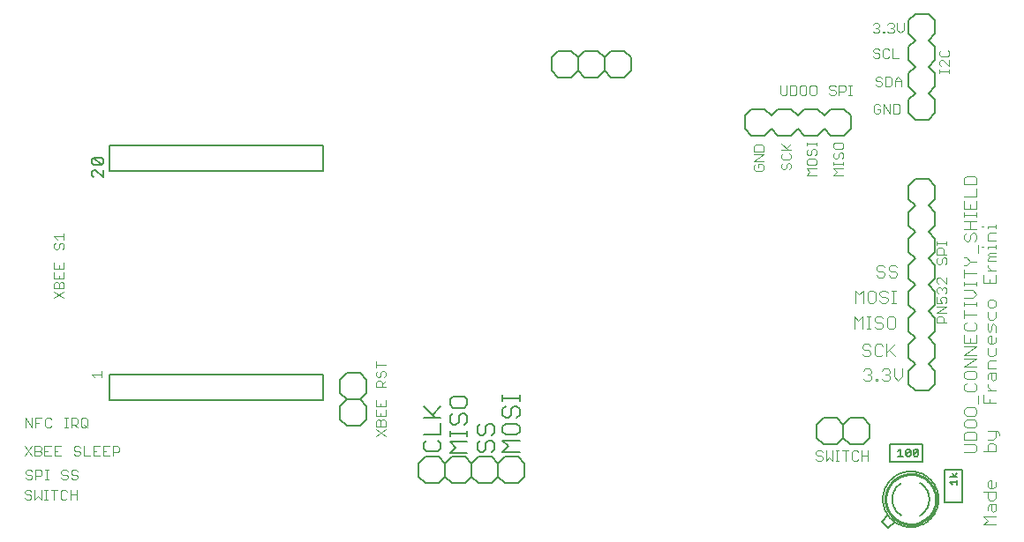
<source format=gto>
G75*
%MOIN*%
%OFA0B0*%
%FSLAX24Y24*%
%IPPOS*%
%LPD*%
%AMOC8*
5,1,8,0,0,1.08239X$1,22.5*
%
%ADD10C,0.0080*%
%ADD11C,0.0030*%
%ADD12C,0.0040*%
%ADD13C,0.0060*%
%ADD14C,0.0100*%
%ADD15C,0.0050*%
D10*
X006351Y006067D02*
X014421Y006067D01*
X014421Y007051D01*
X006351Y007051D01*
X006351Y006067D01*
X006106Y014505D02*
X005826Y014785D01*
X005756Y014785D01*
X005685Y014715D01*
X005685Y014575D01*
X005756Y014505D01*
X006106Y014505D02*
X006106Y014785D01*
X006036Y014965D02*
X005756Y014965D01*
X005685Y015035D01*
X005685Y015175D01*
X005756Y015245D01*
X006036Y014965D01*
X006106Y015035D01*
X006106Y015175D01*
X006036Y015245D01*
X005756Y015245D01*
X006351Y015713D02*
X014421Y015713D01*
X014421Y014729D01*
X006351Y014729D01*
X006351Y015713D01*
X030347Y016340D02*
X030597Y016090D01*
X031097Y016090D01*
X031347Y016340D01*
X031597Y016090D01*
X032097Y016090D01*
X032347Y016340D01*
X032597Y016090D01*
X033097Y016090D01*
X033347Y016340D01*
X033597Y016090D01*
X034097Y016090D01*
X034347Y016340D01*
X034347Y016840D01*
X034097Y017090D01*
X033597Y017090D01*
X033347Y016840D01*
X033097Y017090D01*
X032597Y017090D01*
X032347Y016840D01*
X032097Y017090D01*
X031597Y017090D01*
X031347Y016840D01*
X031097Y017090D01*
X030597Y017090D01*
X030347Y016840D01*
X030347Y016340D01*
X036517Y016930D02*
X036767Y016680D01*
X037267Y016680D01*
X037517Y016930D01*
X037517Y017430D01*
X037267Y017680D01*
X037517Y017930D01*
X037517Y018430D01*
X037267Y018680D01*
X037517Y018930D01*
X037517Y019430D01*
X037267Y019680D01*
X037517Y019930D01*
X037517Y020430D01*
X037267Y020680D01*
X036767Y020680D01*
X036517Y020430D01*
X036517Y019930D01*
X036767Y019680D01*
X036517Y019430D01*
X036517Y018930D01*
X036767Y018680D01*
X036517Y018430D01*
X036517Y017930D01*
X036767Y017680D01*
X036517Y017430D01*
X036517Y016930D01*
X036767Y014440D02*
X036517Y014190D01*
X036517Y013690D01*
X036767Y013440D01*
X036517Y013190D01*
X036517Y012690D01*
X036767Y012440D01*
X036517Y012190D01*
X036517Y011690D01*
X036767Y011440D01*
X036517Y011190D01*
X036517Y010690D01*
X036767Y010440D01*
X036517Y010190D01*
X036517Y009690D01*
X036767Y009440D01*
X036517Y009190D01*
X036517Y008690D01*
X036767Y008440D01*
X036517Y008190D01*
X036517Y007690D01*
X036767Y007440D01*
X036517Y007190D01*
X036517Y006690D01*
X036767Y006440D01*
X037267Y006440D01*
X037517Y006690D01*
X037517Y007190D01*
X037267Y007440D01*
X037517Y007690D01*
X037517Y008190D01*
X037267Y008440D01*
X037517Y008690D01*
X037517Y009190D01*
X037267Y009440D01*
X037517Y009690D01*
X037517Y010190D01*
X037267Y010440D01*
X037517Y010690D01*
X037517Y011190D01*
X037267Y011440D01*
X037517Y011690D01*
X037517Y012190D01*
X037267Y012440D01*
X037517Y012690D01*
X037517Y013190D01*
X037267Y013440D01*
X037517Y013690D01*
X037517Y014190D01*
X037267Y014440D01*
X036767Y014440D01*
X037037Y004415D02*
X035816Y004415D01*
X035816Y003745D01*
X037037Y003745D01*
X037037Y004415D01*
X037892Y003440D02*
X037892Y002220D01*
X038561Y002220D01*
X038561Y003440D01*
X037892Y003440D01*
D11*
X003213Y002315D02*
X003152Y002377D01*
X003213Y002315D02*
X003337Y002315D01*
X003399Y002377D01*
X003399Y002438D01*
X003337Y002500D01*
X003213Y002500D01*
X003152Y002562D01*
X003152Y002624D01*
X003213Y002685D01*
X003337Y002685D01*
X003399Y002624D01*
X003520Y002685D02*
X003520Y002315D01*
X003643Y002438D01*
X003767Y002315D01*
X003767Y002685D01*
X003888Y002685D02*
X004012Y002685D01*
X003950Y002685D02*
X003950Y002315D01*
X003888Y002315D02*
X004012Y002315D01*
X004257Y002315D02*
X004257Y002685D01*
X004134Y002685D02*
X004381Y002685D01*
X004502Y002624D02*
X004502Y002377D01*
X004564Y002315D01*
X004687Y002315D01*
X004749Y002377D01*
X004870Y002315D02*
X004870Y002685D01*
X004749Y002624D02*
X004687Y002685D01*
X004564Y002685D01*
X004502Y002624D01*
X004870Y002500D02*
X005117Y002500D01*
X005117Y002685D02*
X005117Y002315D01*
X005086Y003075D02*
X004962Y003075D01*
X004900Y003137D01*
X004779Y003137D02*
X004717Y003075D01*
X004594Y003075D01*
X004532Y003137D01*
X004594Y003260D02*
X004717Y003260D01*
X004779Y003198D01*
X004779Y003137D01*
X004962Y003260D02*
X005086Y003260D01*
X005147Y003198D01*
X005147Y003137D01*
X005086Y003075D01*
X004962Y003260D02*
X004900Y003322D01*
X004900Y003384D01*
X004962Y003445D01*
X005086Y003445D01*
X005147Y003384D01*
X004779Y003384D02*
X004717Y003445D01*
X004594Y003445D01*
X004532Y003384D01*
X004532Y003322D01*
X004594Y003260D01*
X004042Y003075D02*
X003918Y003075D01*
X003980Y003075D02*
X003980Y003445D01*
X003918Y003445D02*
X004042Y003445D01*
X003797Y003384D02*
X003797Y003260D01*
X003735Y003198D01*
X003550Y003198D01*
X003429Y003198D02*
X003429Y003137D01*
X003367Y003075D01*
X003243Y003075D01*
X003182Y003137D01*
X003243Y003260D02*
X003182Y003322D01*
X003182Y003384D01*
X003243Y003445D01*
X003367Y003445D01*
X003429Y003384D01*
X003550Y003445D02*
X003735Y003445D01*
X003797Y003384D01*
X003550Y003445D02*
X003550Y003075D01*
X003429Y003198D02*
X003367Y003260D01*
X003243Y003260D01*
X003162Y003975D02*
X003409Y004345D01*
X003530Y004345D02*
X003715Y004345D01*
X003777Y004284D01*
X003777Y004222D01*
X003715Y004160D01*
X003530Y004160D01*
X003530Y003975D02*
X003715Y003975D01*
X003777Y004037D01*
X003777Y004098D01*
X003715Y004160D01*
X003898Y004160D02*
X004022Y004160D01*
X003898Y003975D02*
X004145Y003975D01*
X004267Y003975D02*
X004513Y003975D01*
X004390Y004160D02*
X004267Y004160D01*
X004267Y004345D02*
X004267Y003975D01*
X003898Y003975D02*
X003898Y004345D01*
X004145Y004345D01*
X004267Y004345D02*
X004513Y004345D01*
X005003Y004284D02*
X005003Y004222D01*
X005065Y004160D01*
X005188Y004160D01*
X005250Y004098D01*
X005250Y004037D01*
X005188Y003975D01*
X005065Y003975D01*
X005003Y004037D01*
X005003Y004284D02*
X005065Y004345D01*
X005188Y004345D01*
X005250Y004284D01*
X005372Y004345D02*
X005372Y003975D01*
X005618Y003975D01*
X005740Y003975D02*
X005987Y003975D01*
X006108Y003975D02*
X006355Y003975D01*
X006476Y003975D02*
X006476Y004345D01*
X006662Y004345D01*
X006723Y004284D01*
X006723Y004160D01*
X006662Y004098D01*
X006476Y004098D01*
X006232Y004160D02*
X006108Y004160D01*
X006108Y004345D02*
X006108Y003975D01*
X005863Y004160D02*
X005740Y004160D01*
X005740Y004345D02*
X005740Y003975D01*
X005740Y004345D02*
X005987Y004345D01*
X006108Y004345D02*
X006355Y004345D01*
X005516Y005035D02*
X005392Y005158D01*
X005330Y005035D02*
X005269Y005097D01*
X005269Y005344D01*
X005330Y005405D01*
X005454Y005405D01*
X005516Y005344D01*
X005516Y005097D01*
X005454Y005035D01*
X005330Y005035D01*
X005147Y005035D02*
X005024Y005158D01*
X005086Y005158D02*
X004900Y005158D01*
X004900Y005035D02*
X004900Y005405D01*
X005086Y005405D01*
X005147Y005344D01*
X005147Y005220D01*
X005086Y005158D01*
X004778Y005035D02*
X004655Y005035D01*
X004717Y005035D02*
X004717Y005405D01*
X004778Y005405D02*
X004655Y005405D01*
X004165Y005344D02*
X004103Y005405D01*
X003980Y005405D01*
X003918Y005344D01*
X003918Y005097D01*
X003980Y005035D01*
X004103Y005035D01*
X004165Y005097D01*
X003797Y005405D02*
X003550Y005405D01*
X003550Y005035D01*
X003429Y005035D02*
X003429Y005405D01*
X003550Y005220D02*
X003673Y005220D01*
X003429Y005035D02*
X003182Y005405D01*
X003182Y005035D01*
X003162Y004345D02*
X003409Y003975D01*
X003530Y003975D02*
X003530Y004345D01*
X005795Y006935D02*
X005671Y007058D01*
X006042Y007058D01*
X006042Y006935D02*
X006042Y007182D01*
X004632Y009935D02*
X004261Y010182D01*
X004261Y010303D02*
X004261Y010488D01*
X004323Y010550D01*
X004385Y010550D01*
X004447Y010488D01*
X004447Y010303D01*
X004632Y010303D02*
X004632Y010488D01*
X004570Y010550D01*
X004508Y010550D01*
X004447Y010488D01*
X004447Y010672D02*
X004447Y010795D01*
X004632Y010672D02*
X004632Y010919D01*
X004632Y011040D02*
X004632Y011287D01*
X004447Y011163D02*
X004447Y011040D01*
X004632Y011040D02*
X004261Y011040D01*
X004261Y011287D01*
X004261Y010919D02*
X004261Y010672D01*
X004632Y010672D01*
X004632Y010303D02*
X004261Y010303D01*
X004261Y009935D02*
X004632Y010182D01*
X004570Y011777D02*
X004632Y011838D01*
X004632Y011962D01*
X004570Y012023D01*
X004508Y012023D01*
X004447Y011962D01*
X004447Y011838D01*
X004385Y011777D01*
X004323Y011777D01*
X004261Y011838D01*
X004261Y011962D01*
X004323Y012023D01*
X004385Y012145D02*
X004261Y012268D01*
X004632Y012268D01*
X004632Y012145D02*
X004632Y012392D01*
X016411Y007550D02*
X016411Y007303D01*
X016411Y007427D02*
X016782Y007427D01*
X016720Y007182D02*
X016782Y007120D01*
X016782Y006997D01*
X016720Y006935D01*
X016782Y006813D02*
X016658Y006690D01*
X016658Y006752D02*
X016658Y006567D01*
X016782Y006567D02*
X016411Y006567D01*
X016411Y006752D01*
X016473Y006813D01*
X016597Y006813D01*
X016658Y006752D01*
X016535Y006935D02*
X016597Y006997D01*
X016597Y007120D01*
X016658Y007182D01*
X016720Y007182D01*
X016473Y007182D02*
X016411Y007120D01*
X016411Y006997D01*
X016473Y006935D01*
X016535Y006935D01*
X016411Y006077D02*
X016411Y005830D01*
X016782Y005830D01*
X016782Y006077D01*
X016597Y005953D02*
X016597Y005830D01*
X016782Y005709D02*
X016782Y005462D01*
X016411Y005462D01*
X016411Y005709D01*
X016597Y005585D02*
X016597Y005462D01*
X016658Y005340D02*
X016720Y005340D01*
X016782Y005278D01*
X016782Y005093D01*
X016411Y005093D01*
X016411Y005278D01*
X016473Y005340D01*
X016535Y005340D01*
X016597Y005278D01*
X016597Y005093D01*
X016597Y005278D02*
X016658Y005340D01*
X016782Y004972D02*
X016411Y004725D01*
X016411Y004972D02*
X016782Y004725D01*
X033032Y004104D02*
X033032Y004042D01*
X033093Y003980D01*
X033217Y003980D01*
X033279Y003918D01*
X033279Y003857D01*
X033217Y003795D01*
X033093Y003795D01*
X033032Y003857D01*
X033032Y004104D02*
X033093Y004165D01*
X033217Y004165D01*
X033279Y004104D01*
X033400Y004165D02*
X033400Y003795D01*
X033523Y003918D01*
X033647Y003795D01*
X033647Y004165D01*
X033768Y004165D02*
X033892Y004165D01*
X033830Y004165D02*
X033830Y003795D01*
X033768Y003795D02*
X033892Y003795D01*
X034137Y003795D02*
X034137Y004165D01*
X034014Y004165D02*
X034261Y004165D01*
X034382Y004104D02*
X034444Y004165D01*
X034567Y004165D01*
X034629Y004104D01*
X034750Y004165D02*
X034750Y003795D01*
X034629Y003857D02*
X034567Y003795D01*
X034444Y003795D01*
X034382Y003857D01*
X034382Y004104D01*
X034750Y003980D02*
X034997Y003980D01*
X034997Y004165D02*
X034997Y003795D01*
X037591Y009005D02*
X037591Y009190D01*
X037653Y009252D01*
X037777Y009252D01*
X037838Y009190D01*
X037838Y009005D01*
X037962Y009005D02*
X037591Y009005D01*
X037591Y009373D02*
X037962Y009620D01*
X037591Y009620D01*
X037591Y009742D02*
X037777Y009742D01*
X037715Y009865D01*
X037715Y009927D01*
X037777Y009989D01*
X037900Y009989D01*
X037962Y009927D01*
X037962Y009803D01*
X037900Y009742D01*
X037591Y009742D02*
X037591Y009989D01*
X037653Y010110D02*
X037591Y010172D01*
X037591Y010295D01*
X037653Y010357D01*
X037715Y010357D01*
X037777Y010295D01*
X037838Y010357D01*
X037900Y010357D01*
X037962Y010295D01*
X037962Y010172D01*
X037900Y010110D01*
X037777Y010233D02*
X037777Y010295D01*
X037653Y010478D02*
X037591Y010540D01*
X037591Y010663D01*
X037653Y010725D01*
X037715Y010725D01*
X037962Y010478D01*
X037962Y010725D01*
X037900Y011215D02*
X037962Y011277D01*
X037962Y011400D01*
X037900Y011462D01*
X037838Y011462D01*
X037777Y011400D01*
X037777Y011277D01*
X037715Y011215D01*
X037653Y011215D01*
X037591Y011277D01*
X037591Y011400D01*
X037653Y011462D01*
X037591Y011583D02*
X037591Y011768D01*
X037653Y011830D01*
X037777Y011830D01*
X037838Y011768D01*
X037838Y011583D01*
X037962Y011583D02*
X037591Y011583D01*
X037591Y011952D02*
X037591Y012075D01*
X037591Y012013D02*
X037962Y012013D01*
X037962Y011952D02*
X037962Y012075D01*
X037962Y009373D02*
X037591Y009373D01*
X034062Y014595D02*
X033691Y014595D01*
X033815Y014718D01*
X033691Y014842D01*
X034062Y014842D01*
X034062Y014963D02*
X034062Y015087D01*
X034062Y015025D02*
X033691Y015025D01*
X033691Y014963D02*
X033691Y015087D01*
X033753Y015209D02*
X033691Y015271D01*
X033691Y015394D01*
X033753Y015456D01*
X033753Y015577D02*
X034000Y015577D01*
X034062Y015639D01*
X034062Y015762D01*
X034000Y015824D01*
X033753Y015824D01*
X033691Y015762D01*
X033691Y015639D01*
X033753Y015577D01*
X033877Y015394D02*
X033938Y015456D01*
X034000Y015456D01*
X034062Y015394D01*
X034062Y015271D01*
X034000Y015209D01*
X033877Y015271D02*
X033877Y015394D01*
X033877Y015271D02*
X033815Y015209D01*
X033753Y015209D01*
X033042Y015148D02*
X032980Y015210D01*
X032733Y015210D01*
X032671Y015148D01*
X032671Y015025D01*
X032733Y014963D01*
X032980Y014963D01*
X033042Y015025D01*
X033042Y015148D01*
X032980Y015332D02*
X033042Y015393D01*
X033042Y015517D01*
X032980Y015579D01*
X032918Y015579D01*
X032857Y015517D01*
X032857Y015393D01*
X032795Y015332D01*
X032733Y015332D01*
X032671Y015393D01*
X032671Y015517D01*
X032733Y015579D01*
X032671Y015700D02*
X032671Y015823D01*
X032671Y015762D02*
X033042Y015762D01*
X033042Y015823D02*
X033042Y015700D01*
X032092Y015789D02*
X031907Y015603D01*
X031968Y015542D02*
X031721Y015789D01*
X031721Y015542D02*
X032092Y015542D01*
X032030Y015420D02*
X032092Y015358D01*
X032092Y015235D01*
X032030Y015173D01*
X031783Y015173D01*
X031721Y015235D01*
X031721Y015358D01*
X031783Y015420D01*
X031783Y015052D02*
X031721Y014990D01*
X031721Y014867D01*
X031783Y014805D01*
X031845Y014805D01*
X031907Y014867D01*
X031907Y014990D01*
X031968Y015052D01*
X032030Y015052D01*
X032092Y014990D01*
X032092Y014867D01*
X032030Y014805D01*
X032671Y014842D02*
X032795Y014718D01*
X032671Y014595D01*
X033042Y014595D01*
X033042Y014842D02*
X032671Y014842D01*
X031042Y014817D02*
X031042Y014940D01*
X030980Y015002D01*
X030857Y015002D01*
X030857Y014878D01*
X030980Y014755D02*
X030733Y014755D01*
X030671Y014817D01*
X030671Y014940D01*
X030733Y015002D01*
X030671Y015123D02*
X031042Y015370D01*
X030671Y015370D01*
X030671Y015492D02*
X030671Y015677D01*
X030733Y015739D01*
X030980Y015739D01*
X031042Y015677D01*
X031042Y015492D01*
X030671Y015492D01*
X030671Y015123D02*
X031042Y015123D01*
X031042Y014817D02*
X030980Y014755D01*
X035212Y016967D02*
X035273Y016905D01*
X035397Y016905D01*
X035459Y016967D01*
X035459Y017090D01*
X035335Y017090D01*
X035212Y016967D02*
X035212Y017214D01*
X035273Y017275D01*
X035397Y017275D01*
X035459Y017214D01*
X035580Y017275D02*
X035827Y016905D01*
X035827Y017275D01*
X035948Y017275D02*
X036133Y017275D01*
X036195Y017214D01*
X036195Y016967D01*
X036133Y016905D01*
X035948Y016905D01*
X035948Y017275D01*
X035580Y017275D02*
X035580Y016905D01*
X034383Y017625D02*
X034260Y017625D01*
X034322Y017625D02*
X034322Y017995D01*
X034383Y017995D02*
X034260Y017995D01*
X034138Y017934D02*
X034138Y017810D01*
X034077Y017748D01*
X033892Y017748D01*
X033770Y017748D02*
X033770Y017687D01*
X033708Y017625D01*
X033585Y017625D01*
X033523Y017687D01*
X033585Y017810D02*
X033708Y017810D01*
X033770Y017748D01*
X033892Y017625D02*
X033892Y017995D01*
X034077Y017995D01*
X034138Y017934D01*
X033770Y017934D02*
X033708Y017995D01*
X033585Y017995D01*
X033523Y017934D01*
X033523Y017872D01*
X033585Y017810D01*
X033033Y017687D02*
X033033Y017934D01*
X032972Y017995D01*
X032848Y017995D01*
X032787Y017934D01*
X032787Y017687D01*
X032848Y017625D01*
X032972Y017625D01*
X033033Y017687D01*
X032665Y017687D02*
X032665Y017934D01*
X032603Y017995D01*
X032480Y017995D01*
X032418Y017934D01*
X032418Y017687D01*
X032480Y017625D01*
X032603Y017625D01*
X032665Y017687D01*
X032297Y017687D02*
X032297Y017934D01*
X032235Y017995D01*
X032050Y017995D01*
X032050Y017625D01*
X032235Y017625D01*
X032297Y017687D01*
X031929Y017687D02*
X031929Y017995D01*
X031682Y017995D02*
X031682Y017687D01*
X031743Y017625D01*
X031867Y017625D01*
X031929Y017687D01*
X035272Y018007D02*
X035333Y017945D01*
X035457Y017945D01*
X035519Y018007D01*
X035519Y018068D01*
X035457Y018130D01*
X035333Y018130D01*
X035272Y018192D01*
X035272Y018254D01*
X035333Y018315D01*
X035457Y018315D01*
X035519Y018254D01*
X035640Y018315D02*
X035825Y018315D01*
X035887Y018254D01*
X035887Y018007D01*
X035825Y017945D01*
X035640Y017945D01*
X035640Y018315D01*
X036008Y018192D02*
X036132Y018315D01*
X036255Y018192D01*
X036255Y017945D01*
X036255Y018130D02*
X036008Y018130D01*
X036008Y018192D02*
X036008Y017945D01*
X037691Y018455D02*
X037691Y018578D01*
X037691Y018517D02*
X038062Y018517D01*
X038062Y018578D02*
X038062Y018455D01*
X038062Y018701D02*
X037815Y018947D01*
X037753Y018947D01*
X037691Y018886D01*
X037691Y018762D01*
X037753Y018701D01*
X038062Y018701D02*
X038062Y018947D01*
X038000Y019069D02*
X038062Y019131D01*
X038062Y019254D01*
X038000Y019316D01*
X037753Y019316D02*
X037691Y019254D01*
X037691Y019131D01*
X037753Y019069D01*
X038000Y019069D01*
X036165Y019015D02*
X035918Y019015D01*
X035918Y019385D01*
X035797Y019324D02*
X035735Y019385D01*
X035612Y019385D01*
X035550Y019324D01*
X035550Y019077D01*
X035612Y019015D01*
X035735Y019015D01*
X035797Y019077D01*
X035429Y019077D02*
X035367Y019015D01*
X035243Y019015D01*
X035182Y019077D01*
X035243Y019200D02*
X035367Y019200D01*
X035429Y019138D01*
X035429Y019077D01*
X035243Y019200D02*
X035182Y019262D01*
X035182Y019324D01*
X035243Y019385D01*
X035367Y019385D01*
X035429Y019324D01*
X035357Y019965D02*
X035233Y019965D01*
X035172Y020027D01*
X035295Y020150D02*
X035357Y020150D01*
X035419Y020088D01*
X035419Y020027D01*
X035357Y019965D01*
X035540Y019965D02*
X035602Y019965D01*
X035602Y020027D01*
X035540Y020027D01*
X035540Y019965D01*
X035724Y020027D02*
X035786Y019965D01*
X035909Y019965D01*
X035971Y020027D01*
X035971Y020088D01*
X035909Y020150D01*
X035848Y020150D01*
X035909Y020150D02*
X035971Y020212D01*
X035971Y020274D01*
X035909Y020335D01*
X035786Y020335D01*
X035724Y020274D01*
X035419Y020274D02*
X035419Y020212D01*
X035357Y020150D01*
X035419Y020274D02*
X035357Y020335D01*
X035233Y020335D01*
X035172Y020274D01*
X036092Y020335D02*
X036092Y020088D01*
X036216Y019965D01*
X036339Y020088D01*
X036339Y020335D01*
D12*
X038703Y014546D02*
X038626Y014469D01*
X038626Y014239D01*
X039087Y014239D01*
X039087Y014469D01*
X039010Y014546D01*
X038703Y014546D01*
X039087Y014085D02*
X039087Y013778D01*
X038626Y013778D01*
X038626Y013625D02*
X038626Y013318D01*
X039087Y013318D01*
X039087Y013625D01*
X038856Y013471D02*
X038856Y013318D01*
X038626Y013164D02*
X038626Y013011D01*
X038626Y013088D02*
X039087Y013088D01*
X039087Y013164D02*
X039087Y013011D01*
X039087Y012857D02*
X038626Y012857D01*
X038856Y012857D02*
X038856Y012551D01*
X038933Y012397D02*
X039010Y012397D01*
X039087Y012320D01*
X039087Y012167D01*
X039010Y012090D01*
X038856Y012167D02*
X038856Y012320D01*
X038933Y012397D01*
X039087Y012551D02*
X038626Y012551D01*
X038703Y012397D02*
X038626Y012320D01*
X038626Y012167D01*
X038703Y012090D01*
X038780Y012090D01*
X038856Y012167D01*
X039163Y011937D02*
X039163Y011630D01*
X039270Y011882D02*
X039346Y011882D01*
X039500Y011882D02*
X039807Y011882D01*
X039807Y011806D02*
X039807Y011959D01*
X039807Y012113D02*
X039500Y012113D01*
X039500Y012343D01*
X039576Y012420D01*
X039807Y012420D01*
X039807Y012573D02*
X039807Y012727D01*
X039807Y012650D02*
X039500Y012650D01*
X039500Y012573D01*
X039346Y012650D02*
X039270Y012650D01*
X039500Y011882D02*
X039500Y011806D01*
X039576Y011652D02*
X039807Y011652D01*
X039807Y011499D02*
X039576Y011499D01*
X039500Y011576D01*
X039576Y011652D01*
X039576Y011499D02*
X039500Y011422D01*
X039500Y011345D01*
X039807Y011345D01*
X039500Y011192D02*
X039500Y011115D01*
X039653Y010962D01*
X039500Y010962D02*
X039807Y010962D01*
X039807Y010808D02*
X039807Y010501D01*
X039346Y010501D01*
X039346Y010808D01*
X039087Y010862D02*
X038626Y010862D01*
X038626Y010709D02*
X038626Y011016D01*
X038626Y011169D02*
X038703Y011169D01*
X038856Y011323D01*
X039087Y011323D01*
X038856Y011323D02*
X038703Y011476D01*
X038626Y011476D01*
X039576Y010655D02*
X039576Y010501D01*
X039087Y010479D02*
X038626Y010479D01*
X038626Y010555D02*
X038626Y010402D01*
X038626Y010249D02*
X038933Y010249D01*
X039087Y010095D01*
X038933Y009942D01*
X038626Y009942D01*
X038626Y009788D02*
X038626Y009635D01*
X038626Y009711D02*
X039087Y009711D01*
X039087Y009635D02*
X039087Y009788D01*
X039500Y009811D02*
X039500Y009657D01*
X039576Y009580D01*
X039730Y009580D01*
X039807Y009657D01*
X039807Y009811D01*
X039730Y009887D01*
X039576Y009887D01*
X039500Y009811D01*
X039500Y009427D02*
X039500Y009197D01*
X039576Y009120D01*
X039730Y009120D01*
X039807Y009197D01*
X039807Y009427D01*
X039730Y008967D02*
X039653Y008890D01*
X039653Y008736D01*
X039576Y008660D01*
X039500Y008736D01*
X039500Y008967D01*
X039730Y008967D02*
X039807Y008890D01*
X039807Y008660D01*
X039653Y008506D02*
X039653Y008199D01*
X039576Y008199D02*
X039500Y008276D01*
X039500Y008430D01*
X039576Y008506D01*
X039653Y008506D01*
X039807Y008430D02*
X039807Y008276D01*
X039730Y008199D01*
X039576Y008199D01*
X039500Y008046D02*
X039500Y007816D01*
X039576Y007739D01*
X039730Y007739D01*
X039807Y007816D01*
X039807Y008046D01*
X039087Y008100D02*
X038626Y008100D01*
X038626Y008254D02*
X039087Y008254D01*
X039087Y008560D01*
X039010Y008714D02*
X038703Y008714D01*
X038626Y008791D01*
X038626Y008944D01*
X038703Y009021D01*
X038626Y009174D02*
X038626Y009481D01*
X038626Y009328D02*
X039087Y009328D01*
X039010Y009021D02*
X039087Y008944D01*
X039087Y008791D01*
X039010Y008714D01*
X038626Y008560D02*
X038626Y008254D01*
X038856Y008254D02*
X038856Y008407D01*
X039087Y008100D02*
X038626Y007793D01*
X039087Y007793D01*
X039087Y007640D02*
X038626Y007640D01*
X038626Y007333D02*
X039087Y007640D01*
X039500Y007509D02*
X039576Y007585D01*
X039807Y007585D01*
X039807Y007279D02*
X039500Y007279D01*
X039500Y007509D01*
X039087Y007333D02*
X038626Y007333D01*
X038703Y007179D02*
X038626Y007103D01*
X038626Y006949D01*
X038703Y006872D01*
X039010Y006872D01*
X039087Y006949D01*
X039087Y007103D01*
X039010Y007179D01*
X038703Y007179D01*
X039500Y007048D02*
X039500Y006895D01*
X039653Y006895D02*
X039653Y007125D01*
X039576Y007125D02*
X039807Y007125D01*
X039807Y006895D01*
X039730Y006818D01*
X039653Y006895D01*
X039500Y007048D02*
X039576Y007125D01*
X039500Y006665D02*
X039500Y006588D01*
X039653Y006434D01*
X039500Y006434D02*
X039807Y006434D01*
X039576Y006128D02*
X039576Y005974D01*
X039346Y005974D02*
X039346Y006281D01*
X039163Y006258D02*
X039163Y005952D01*
X039346Y005974D02*
X039807Y005974D01*
X039087Y005721D02*
X039087Y005568D01*
X039010Y005491D01*
X038703Y005491D01*
X038626Y005568D01*
X038626Y005721D01*
X038703Y005798D01*
X039010Y005798D01*
X039087Y005721D01*
X039010Y005338D02*
X038703Y005338D01*
X038626Y005261D01*
X038626Y005108D01*
X038703Y005031D01*
X039010Y005031D01*
X039087Y005108D01*
X039087Y005261D01*
X039010Y005338D01*
X039010Y004877D02*
X038703Y004877D01*
X038626Y004801D01*
X038626Y004570D01*
X039087Y004570D01*
X039087Y004801D01*
X039010Y004877D01*
X039500Y004900D02*
X039883Y004900D01*
X039960Y004823D01*
X039960Y004746D01*
X039807Y004670D02*
X039807Y004900D01*
X039807Y004670D02*
X039730Y004593D01*
X039500Y004593D01*
X039576Y004439D02*
X039500Y004363D01*
X039500Y004133D01*
X039346Y004133D02*
X039807Y004133D01*
X039807Y004363D01*
X039730Y004439D01*
X039576Y004439D01*
X039087Y004340D02*
X039087Y004187D01*
X039010Y004110D01*
X038626Y004110D01*
X038626Y004417D02*
X039010Y004417D01*
X039087Y004340D01*
X039576Y003058D02*
X039653Y003058D01*
X039653Y002751D01*
X039576Y002751D02*
X039500Y002828D01*
X039500Y002982D01*
X039576Y003058D01*
X039807Y002982D02*
X039807Y002828D01*
X039730Y002751D01*
X039576Y002751D01*
X039500Y002598D02*
X039500Y002368D01*
X039576Y002291D01*
X039730Y002291D01*
X039807Y002368D01*
X039807Y002598D01*
X039346Y002598D01*
X039576Y002137D02*
X039807Y002137D01*
X039807Y001907D01*
X039730Y001831D01*
X039653Y001907D01*
X039653Y002137D01*
X039576Y002137D02*
X039500Y002061D01*
X039500Y001907D01*
X039346Y001677D02*
X039807Y001677D01*
X039807Y001370D02*
X039346Y001370D01*
X039500Y001524D01*
X039346Y001677D01*
X039010Y006412D02*
X038703Y006412D01*
X038626Y006489D01*
X038626Y006642D01*
X038703Y006719D01*
X039010Y006719D02*
X039087Y006642D01*
X039087Y006489D01*
X039010Y006412D01*
X036275Y006963D02*
X036275Y007270D01*
X036275Y006963D02*
X036121Y006810D01*
X035968Y006963D01*
X035968Y007270D01*
X035814Y007194D02*
X035814Y007117D01*
X035737Y007040D01*
X035814Y006963D01*
X035814Y006887D01*
X035737Y006810D01*
X035584Y006810D01*
X035507Y006887D01*
X035354Y006887D02*
X035354Y006810D01*
X035277Y006810D01*
X035277Y006887D01*
X035354Y006887D01*
X035124Y006887D02*
X035047Y006810D01*
X034893Y006810D01*
X034817Y006887D01*
X034970Y007040D02*
X035047Y007040D01*
X035124Y006963D01*
X035124Y006887D01*
X035047Y007040D02*
X035124Y007117D01*
X035124Y007194D01*
X035047Y007270D01*
X034893Y007270D01*
X034817Y007194D01*
X034853Y007740D02*
X034777Y007817D01*
X034853Y007740D02*
X035007Y007740D01*
X035084Y007817D01*
X035084Y007893D01*
X035007Y007970D01*
X034853Y007970D01*
X034777Y008047D01*
X034777Y008124D01*
X034853Y008200D01*
X035007Y008200D01*
X035084Y008124D01*
X035237Y008124D02*
X035237Y007817D01*
X035314Y007740D01*
X035467Y007740D01*
X035544Y007817D01*
X035697Y007893D02*
X036004Y008200D01*
X035697Y008200D02*
X035697Y007740D01*
X035774Y007970D02*
X036004Y007740D01*
X035737Y007270D02*
X035814Y007194D01*
X035737Y007270D02*
X035584Y007270D01*
X035507Y007194D01*
X035661Y007040D02*
X035737Y007040D01*
X035544Y008124D02*
X035467Y008200D01*
X035314Y008200D01*
X035237Y008124D01*
X035321Y008780D02*
X035244Y008857D01*
X035321Y008780D02*
X035474Y008780D01*
X035551Y008857D01*
X035551Y008933D01*
X035474Y009010D01*
X035321Y009010D01*
X035244Y009087D01*
X035244Y009164D01*
X035321Y009240D01*
X035474Y009240D01*
X035551Y009164D01*
X035704Y009164D02*
X035704Y008857D01*
X035781Y008780D01*
X035935Y008780D01*
X036011Y008857D01*
X036011Y009164D01*
X035935Y009240D01*
X035781Y009240D01*
X035704Y009164D01*
X035091Y009240D02*
X034937Y009240D01*
X035014Y009240D02*
X035014Y008780D01*
X034937Y008780D02*
X035091Y008780D01*
X034784Y008780D02*
X034784Y009240D01*
X034630Y009087D01*
X034477Y009240D01*
X034477Y008780D01*
X034507Y009760D02*
X034507Y010220D01*
X034660Y010067D01*
X034814Y010220D01*
X034814Y009760D01*
X034967Y009837D02*
X034967Y010144D01*
X035044Y010220D01*
X035197Y010220D01*
X035274Y010144D01*
X035274Y009837D01*
X035197Y009760D01*
X035044Y009760D01*
X034967Y009837D01*
X035427Y009837D02*
X035504Y009760D01*
X035658Y009760D01*
X035734Y009837D01*
X035734Y009913D01*
X035658Y009990D01*
X035504Y009990D01*
X035427Y010067D01*
X035427Y010144D01*
X035504Y010220D01*
X035658Y010220D01*
X035734Y010144D01*
X035888Y010220D02*
X036041Y010220D01*
X035965Y010220D02*
X035965Y009760D01*
X036041Y009760D02*
X035888Y009760D01*
X035854Y010720D02*
X035777Y010797D01*
X035854Y010720D02*
X036007Y010720D01*
X036084Y010797D01*
X036084Y010873D01*
X036007Y010950D01*
X035854Y010950D01*
X035777Y011027D01*
X035777Y011104D01*
X035854Y011180D01*
X036007Y011180D01*
X036084Y011104D01*
X035624Y011104D02*
X035547Y011180D01*
X035393Y011180D01*
X035317Y011104D01*
X035317Y011027D01*
X035393Y010950D01*
X035547Y010950D01*
X035624Y010873D01*
X035624Y010797D01*
X035547Y010720D01*
X035393Y010720D01*
X035317Y010797D01*
X039087Y010555D02*
X039087Y010402D01*
D13*
X034807Y005410D02*
X034307Y005410D01*
X034057Y005160D01*
X034057Y004660D01*
X034307Y004410D01*
X034807Y004410D01*
X035057Y004660D01*
X035057Y005160D01*
X034807Y005410D01*
X034057Y005160D02*
X033807Y005410D01*
X033307Y005410D01*
X033057Y005160D01*
X033057Y004660D01*
X033307Y004410D01*
X033807Y004410D01*
X034057Y004660D01*
X036960Y002935D02*
X037004Y002907D01*
X037046Y002876D01*
X037085Y002841D01*
X037122Y002804D01*
X037156Y002765D01*
X037186Y002723D01*
X037214Y002679D01*
X037238Y002633D01*
X037259Y002585D01*
X037276Y002535D01*
X037290Y002485D01*
X037299Y002434D01*
X037305Y002382D01*
X037307Y002330D01*
X035557Y002330D02*
X035559Y002395D01*
X035565Y002459D01*
X035575Y002523D01*
X035589Y002586D01*
X035606Y002648D01*
X035628Y002709D01*
X035653Y002769D01*
X035682Y002827D01*
X035714Y002883D01*
X035750Y002937D01*
X035789Y002988D01*
X035831Y003037D01*
X035876Y003084D01*
X035924Y003127D01*
X035974Y003168D01*
X036027Y003205D01*
X036082Y003239D01*
X036139Y003270D01*
X036198Y003297D01*
X036258Y003320D01*
X036320Y003340D01*
X036382Y003356D01*
X036446Y003368D01*
X036510Y003376D01*
X036575Y003380D01*
X036639Y003380D01*
X036704Y003376D01*
X036768Y003368D01*
X036832Y003356D01*
X036894Y003340D01*
X036956Y003320D01*
X037016Y003297D01*
X037075Y003270D01*
X037132Y003239D01*
X037187Y003205D01*
X037240Y003168D01*
X037290Y003127D01*
X037338Y003084D01*
X037383Y003037D01*
X037425Y002988D01*
X037464Y002937D01*
X037500Y002883D01*
X037532Y002827D01*
X037561Y002769D01*
X037586Y002709D01*
X037608Y002648D01*
X037625Y002586D01*
X037639Y002523D01*
X037649Y002459D01*
X037655Y002395D01*
X037657Y002330D01*
X037655Y002265D01*
X037649Y002201D01*
X037639Y002137D01*
X037625Y002074D01*
X037608Y002012D01*
X037586Y001951D01*
X037561Y001891D01*
X037532Y001833D01*
X037500Y001777D01*
X037464Y001723D01*
X037425Y001672D01*
X037383Y001623D01*
X037338Y001576D01*
X037290Y001533D01*
X037240Y001492D01*
X037187Y001455D01*
X037132Y001421D01*
X037075Y001390D01*
X037016Y001363D01*
X036956Y001340D01*
X036894Y001320D01*
X036832Y001304D01*
X036768Y001292D01*
X036704Y001284D01*
X036639Y001280D01*
X036575Y001280D01*
X036510Y001284D01*
X036446Y001292D01*
X036382Y001304D01*
X036320Y001320D01*
X036258Y001340D01*
X036198Y001363D01*
X036139Y001390D01*
X036082Y001421D01*
X036027Y001455D01*
X035974Y001492D01*
X035924Y001533D01*
X035876Y001576D01*
X035831Y001623D01*
X035789Y001672D01*
X035750Y001723D01*
X035714Y001777D01*
X035682Y001833D01*
X035653Y001891D01*
X035628Y001951D01*
X035606Y002012D01*
X035589Y002074D01*
X035575Y002137D01*
X035565Y002201D01*
X035559Y002265D01*
X035557Y002330D01*
X035757Y001730D02*
X035507Y001480D01*
X035757Y001230D01*
X036007Y001480D01*
X036960Y001725D02*
X037004Y001753D01*
X037046Y001784D01*
X037085Y001819D01*
X037122Y001856D01*
X037156Y001895D01*
X037186Y001937D01*
X037214Y001981D01*
X037238Y002027D01*
X037259Y002075D01*
X037276Y002125D01*
X037290Y002175D01*
X037299Y002226D01*
X037305Y002278D01*
X037307Y002330D01*
X036254Y001725D02*
X036210Y001753D01*
X036168Y001784D01*
X036129Y001819D01*
X036092Y001856D01*
X036058Y001895D01*
X036028Y001937D01*
X036000Y001981D01*
X035976Y002027D01*
X035955Y002075D01*
X035938Y002125D01*
X035924Y002175D01*
X035915Y002226D01*
X035909Y002278D01*
X035907Y002330D01*
X035909Y002382D01*
X035915Y002434D01*
X035924Y002485D01*
X035938Y002535D01*
X035955Y002585D01*
X035976Y002633D01*
X036000Y002679D01*
X036028Y002723D01*
X036058Y002765D01*
X036092Y002804D01*
X036129Y002841D01*
X036168Y002876D01*
X036210Y002907D01*
X036254Y002935D01*
X022017Y003190D02*
X021767Y002940D01*
X021267Y002940D01*
X021017Y003190D01*
X020767Y002940D01*
X020267Y002940D01*
X020017Y003190D01*
X019767Y002940D01*
X019267Y002940D01*
X019017Y003190D01*
X018767Y002940D01*
X018267Y002940D01*
X018017Y003190D01*
X018017Y003690D01*
X018267Y003940D01*
X018767Y003940D01*
X019017Y003690D01*
X019267Y003940D01*
X019767Y003940D01*
X020017Y003690D01*
X020017Y003190D01*
X019017Y003190D02*
X019017Y003690D01*
X019216Y004070D02*
X019430Y004284D01*
X019216Y004497D01*
X019857Y004497D01*
X019857Y004715D02*
X019857Y004928D01*
X019857Y004821D02*
X019216Y004821D01*
X019216Y004715D02*
X019216Y004928D01*
X019323Y005144D02*
X019430Y005144D01*
X019536Y005251D01*
X019536Y005465D01*
X019643Y005571D01*
X019750Y005571D01*
X019857Y005465D01*
X019857Y005251D01*
X019750Y005144D01*
X019323Y005144D02*
X019216Y005251D01*
X019216Y005465D01*
X019323Y005571D01*
X019323Y005789D02*
X019750Y005789D01*
X019857Y005896D01*
X019857Y006109D01*
X019750Y006216D01*
X019323Y006216D01*
X019216Y006109D01*
X019216Y005896D01*
X019323Y005789D01*
X018857Y005846D02*
X018536Y005526D01*
X018643Y005419D02*
X018216Y005846D01*
X018216Y005419D02*
X018857Y005419D01*
X018857Y005202D02*
X018857Y004775D01*
X018216Y004775D01*
X018323Y004557D02*
X018216Y004450D01*
X018216Y004237D01*
X018323Y004130D01*
X018750Y004130D01*
X018857Y004237D01*
X018857Y004450D01*
X018750Y004557D01*
X019216Y004070D02*
X019857Y004070D01*
X020236Y004217D02*
X020343Y004110D01*
X020450Y004110D01*
X020556Y004217D01*
X020556Y004430D01*
X020663Y004537D01*
X020770Y004537D01*
X020877Y004430D01*
X020877Y004217D01*
X020770Y004110D01*
X020767Y003940D02*
X021017Y003690D01*
X021267Y003940D01*
X021767Y003940D01*
X022017Y003690D01*
X022017Y003190D01*
X021017Y003190D02*
X021017Y003690D01*
X020767Y003940D02*
X020267Y003940D01*
X020017Y003690D01*
X020236Y004217D02*
X020236Y004430D01*
X020343Y004537D01*
X020343Y004755D02*
X020450Y004755D01*
X020556Y004861D01*
X020556Y005075D01*
X020663Y005182D01*
X020770Y005182D01*
X020877Y005075D01*
X020877Y004861D01*
X020770Y004755D01*
X020343Y004755D02*
X020236Y004861D01*
X020236Y005075D01*
X020343Y005182D01*
X021196Y005085D02*
X021196Y004871D01*
X021303Y004765D01*
X021730Y004765D01*
X021837Y004871D01*
X021837Y005085D01*
X021730Y005192D01*
X021303Y005192D01*
X021196Y005085D01*
X021303Y005409D02*
X021410Y005409D01*
X021516Y005516D01*
X021516Y005729D01*
X021623Y005836D01*
X021730Y005836D01*
X021837Y005729D01*
X021837Y005516D01*
X021730Y005409D01*
X021303Y005409D02*
X021196Y005516D01*
X021196Y005729D01*
X021303Y005836D01*
X021196Y006054D02*
X021196Y006267D01*
X021196Y006160D02*
X021837Y006160D01*
X021837Y006054D02*
X021837Y006267D01*
X021837Y004547D02*
X021196Y004547D01*
X021410Y004334D01*
X021196Y004120D01*
X021837Y004120D01*
X016057Y005360D02*
X015807Y005110D01*
X015307Y005110D01*
X015057Y005360D01*
X015057Y005860D01*
X015307Y006110D01*
X015057Y006360D01*
X015057Y006860D01*
X015307Y007110D01*
X015807Y007110D01*
X016057Y006860D01*
X016057Y006360D01*
X015807Y006110D01*
X016057Y005860D01*
X016057Y005360D01*
X015807Y006110D02*
X015307Y006110D01*
X023297Y018290D02*
X023797Y018290D01*
X024047Y018540D01*
X024297Y018290D01*
X024797Y018290D01*
X025047Y018540D01*
X025297Y018290D01*
X025797Y018290D01*
X026047Y018540D01*
X026047Y019040D01*
X025797Y019290D01*
X025297Y019290D01*
X025047Y019040D01*
X025047Y018540D01*
X025047Y019040D02*
X024797Y019290D01*
X024297Y019290D01*
X024047Y019040D01*
X024047Y018540D01*
X024047Y019040D02*
X023797Y019290D01*
X023297Y019290D01*
X023047Y019040D01*
X023047Y018540D01*
X023297Y018290D01*
D14*
X035657Y002330D02*
X035659Y002391D01*
X035665Y002453D01*
X035675Y002513D01*
X035689Y002573D01*
X035706Y002632D01*
X035728Y002690D01*
X035753Y002746D01*
X035782Y002801D01*
X035814Y002853D01*
X035849Y002903D01*
X035888Y002951D01*
X035930Y002996D01*
X035974Y003039D01*
X036022Y003078D01*
X036071Y003115D01*
X036123Y003148D01*
X036177Y003177D01*
X036233Y003203D01*
X036290Y003226D01*
X036349Y003244D01*
X036408Y003259D01*
X036469Y003270D01*
X036530Y003277D01*
X036592Y003280D01*
X036653Y003279D01*
X036714Y003274D01*
X036775Y003265D01*
X036835Y003252D01*
X036895Y003235D01*
X036953Y003215D01*
X037009Y003191D01*
X037064Y003163D01*
X037117Y003131D01*
X037168Y003097D01*
X037216Y003059D01*
X037262Y003018D01*
X037305Y002974D01*
X037346Y002927D01*
X037383Y002878D01*
X037417Y002827D01*
X037447Y002774D01*
X037474Y002718D01*
X037497Y002661D01*
X037517Y002603D01*
X037533Y002544D01*
X037545Y002483D01*
X037553Y002422D01*
X037557Y002361D01*
X037557Y002299D01*
X037553Y002238D01*
X037545Y002177D01*
X037533Y002116D01*
X037517Y002057D01*
X037497Y001999D01*
X037474Y001942D01*
X037447Y001886D01*
X037417Y001833D01*
X037383Y001782D01*
X037346Y001733D01*
X037305Y001686D01*
X037262Y001642D01*
X037216Y001601D01*
X037168Y001563D01*
X037117Y001529D01*
X037064Y001497D01*
X037009Y001469D01*
X036953Y001445D01*
X036895Y001425D01*
X036835Y001408D01*
X036775Y001395D01*
X036714Y001386D01*
X036653Y001381D01*
X036592Y001380D01*
X036530Y001383D01*
X036469Y001390D01*
X036408Y001401D01*
X036349Y001416D01*
X036290Y001434D01*
X036233Y001457D01*
X036177Y001483D01*
X036123Y001512D01*
X036071Y001545D01*
X036022Y001582D01*
X035974Y001621D01*
X035930Y001664D01*
X035888Y001709D01*
X035849Y001757D01*
X035814Y001807D01*
X035782Y001859D01*
X035753Y001914D01*
X035728Y001970D01*
X035706Y002028D01*
X035689Y002087D01*
X035675Y002147D01*
X035665Y002207D01*
X035659Y002269D01*
X035657Y002330D01*
D15*
X038083Y002965D02*
X038353Y002965D01*
X038353Y002875D02*
X038353Y003055D01*
X038353Y003170D02*
X038083Y003170D01*
X038173Y003305D02*
X038263Y003170D01*
X038353Y003305D01*
X038083Y002965D02*
X038173Y002875D01*
X036897Y003999D02*
X036852Y003954D01*
X036762Y003954D01*
X036717Y003999D01*
X036897Y004179D01*
X036897Y003999D01*
X036717Y003999D02*
X036717Y004179D01*
X036762Y004224D01*
X036852Y004224D01*
X036897Y004179D01*
X036603Y004179D02*
X036423Y003999D01*
X036468Y003954D01*
X036558Y003954D01*
X036603Y003999D01*
X036603Y004179D01*
X036558Y004224D01*
X036468Y004224D01*
X036423Y004179D01*
X036423Y003999D01*
X036308Y003954D02*
X036128Y003954D01*
X036218Y003954D02*
X036218Y004224D01*
X036128Y004134D01*
M02*

</source>
